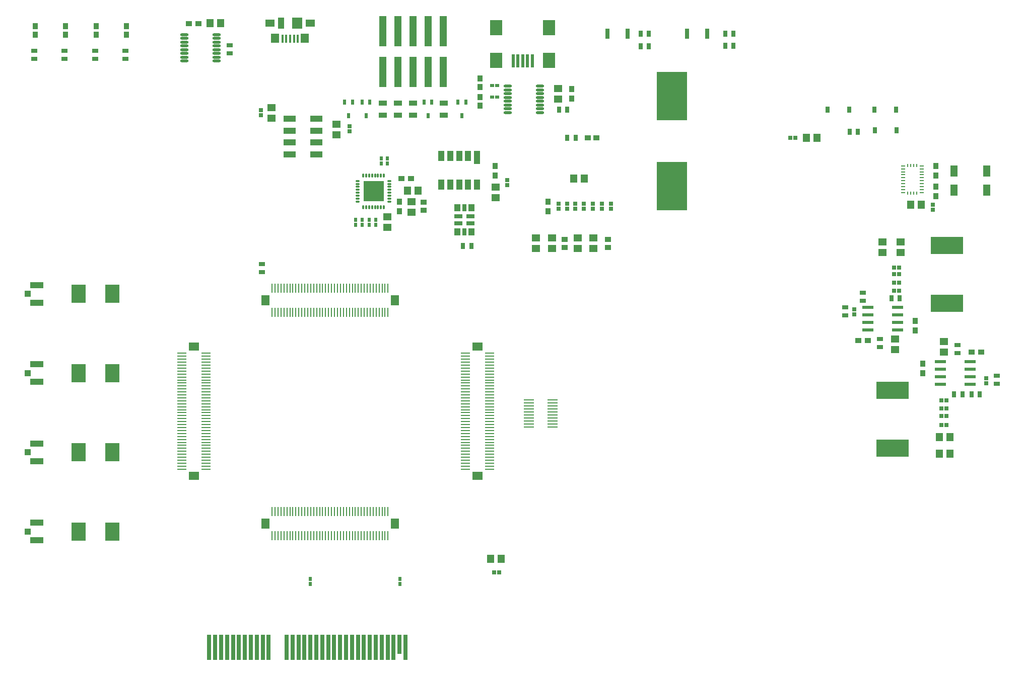
<source format=gtp>
%FSTAX25Y25*%
%MOIN*%
%SFA1B1*%

%IPPOS*%
%ADD26R,0.039370X0.037400*%
%ADD27R,0.028350X0.039370*%
%ADD28R,0.064960X0.051180*%
%ADD29R,0.017720X0.054330*%
%ADD30R,0.055910X0.061020*%
%ADD31R,0.070870X0.074800*%
%ADD32R,0.039370X0.074800*%
%ADD33R,0.019680X0.090550*%
%ADD34R,0.078740X0.098430*%
%ADD35R,0.086610X0.041340*%
%ADD36R,0.041340X0.039370*%
%ADD37R,0.019680X0.035430*%
%ADD38O,0.057090X0.017720*%
%ADD39R,0.077560X0.022440*%
%ADD40R,0.025590X0.041340*%
%ADD41R,0.051180X0.074800*%
%ADD42R,0.039370X0.090550*%
%ADD43R,0.039370X0.070870*%
%ADD44R,0.053150X0.027560*%
%ADD45R,0.027560X0.045280*%
%ADD46R,0.041340X0.045280*%
%ADD47R,0.050000X0.200000*%
%ADD48R,0.057090X0.037400*%
%ADD49R,0.023620X0.025590*%
%ADD50R,0.135830X0.135830*%
%ADD51O,0.011810X0.027560*%
%ADD52O,0.027560X0.011810*%
%ADD53R,0.028000X0.165000*%
%ADD54R,0.028000X0.126000*%
%ADD55R,0.031500X0.066930*%
%ADD56R,0.070870X0.009840*%
%ADD57R,0.009840X0.022640*%
%ADD58R,0.026570X0.009840*%
%ADD59R,0.038580X0.034250*%
%ADD60R,0.212600X0.114170*%
%ADD61R,0.200790X0.322840*%
%ADD62R,0.096460X0.124020*%
%ADD63R,0.033470X0.039370*%
%ADD64R,0.057090X0.045280*%
%ADD65R,0.037400X0.039370*%
%ADD66R,0.025200X0.026770*%
%ADD67R,0.053150X0.066930*%
%ADD68R,0.009840X0.061020*%
%ADD69R,0.061020X0.009840*%
%ADD70R,0.066930X0.053150*%
%ADD71R,0.045280X0.057090*%
%ADD72R,0.026770X0.025200*%
%ADD73R,0.039370X0.033470*%
%ADD74R,0.039370X0.028350*%
%ADD75R,0.025590X0.023620*%
%ADD76R,0.082870X0.044090*%
%LNgrandmaster-1*%
%LPD*%
G54D26*
X128335Y071D03*
X128965D03*
X121465Y07175D03*
X120835D03*
X091215Y0825D03*
X090585D03*
X077175Y09277D03*
X076545D03*
G54D27*
X1208016Y0856D03*
X1202584D03*
X0952217Y07801D03*
X0946784D03*
X1015784Y0852D03*
X1021216D03*
X1283284Y0682D03*
X1288717D03*
X1271784D03*
X1277217D03*
X1230284Y07455D03*
X1235717D03*
X1010283Y08705D03*
X1015716D03*
X1069716Y0921D03*
X1064283D03*
X1125716D03*
X1120284D03*
X1069716Y09125D03*
X1064283D03*
X1120284Y0913D03*
X1125716D03*
G54D28*
X0818985Y09279D03*
X084556D03*
G54D29*
X0827154Y0917428D03*
X0829713D03*
X0832272D03*
X0834832D03*
X0837391D03*
G54D30*
X0842115Y0917762D03*
X082243D03*
G54D31*
X08368Y09279D03*
G54D32*
X082617Y09279D03*
G54D33*
X0979862Y0902764D03*
X0983012D03*
X0986161D03*
X0989311D03*
X0992461D03*
G54D34*
X0968642Y0924811D03*
Y0903158D03*
X1003681D03*
Y0924811D03*
G54D35*
X06645Y0585193D03*
Y0596807D03*
Y0701807D03*
Y0690193D03*
Y0754307D03*
Y0742693D03*
Y0637693D03*
Y0649307D03*
G54D36*
X0658496Y0591D03*
Y0696D03*
Y07485D03*
Y06435D03*
G54D37*
X0948559Y0875429D03*
X0943441D03*
X0946Y0866571D03*
X0885059Y0875429D03*
X0879941D03*
X08825Y0866571D03*
X0873559Y0875429D03*
X0868441D03*
X0871Y0866571D03*
X0926059Y0875429D03*
X0920941D03*
X09235Y0866571D03*
G54D38*
X0762172Y092035D03*
Y091785D03*
Y091535D03*
Y091285D03*
Y091035D03*
Y090785D03*
Y090535D03*
Y090285D03*
X0783628Y092035D03*
Y091785D03*
Y091535D03*
Y091285D03*
Y091035D03*
Y090785D03*
Y090535D03*
Y090285D03*
X0976272Y088625D03*
Y088375D03*
Y088125D03*
Y087875D03*
Y087625D03*
Y087375D03*
Y087125D03*
Y086875D03*
X0997728Y088625D03*
Y088375D03*
Y088125D03*
Y087875D03*
Y087625D03*
Y087375D03*
Y087125D03*
Y086875D03*
G54D39*
X1214756Y07245D03*
Y07295D03*
Y07345D03*
Y07395D03*
X1234244D03*
Y07345D03*
Y07295D03*
Y07245D03*
X1282244Y07035D03*
Y06985D03*
Y06935D03*
Y06885D03*
X1262756D03*
Y06935D03*
Y06985D03*
Y07035D03*
G54D40*
X1218815Y08705D03*
X1233185D03*
X1187815D03*
X1202185D03*
X1219315Y0857D03*
X1233685D03*
G54D41*
X1271673Y0829799D03*
X1293327D03*
Y0817201D03*
X1271673D03*
G54D42*
X0955949Y0838929D03*
G54D43*
X0938232Y0839913D03*
X0950043Y0821016D03*
X0932327D03*
Y0839913D03*
X0955949Y0821016D03*
X0950043Y0839913D03*
X0944138D03*
X0938232Y0821016D03*
X0944138D03*
G54D44*
X0951535Y0799962D03*
Y0795238D03*
X0943465D03*
Y0799962D03*
G54D45*
X09475Y0805572D03*
Y0789628D03*
G54D46*
X0952126Y0789628D03*
Y0805572D03*
X0942874Y0789628D03*
Y0805572D03*
G54D47*
X08935Y08955D03*
Y0922508D03*
X09035Y08955D03*
Y0922508D03*
X09135Y08955D03*
Y0922508D03*
X09235Y08955D03*
Y0922508D03*
X09335Y08955D03*
Y0922508D03*
G54D48*
X0934Y0874937D03*
Y0867063D03*
X08935Y0874937D03*
Y0867063D03*
X09035Y0874937D03*
Y0867063D03*
X09135Y0874937D03*
Y0867063D03*
G54D49*
X08755Y0797673D03*
Y0794327D03*
X08455Y0556248D03*
Y0559594D03*
X0905Y0556248D03*
Y0559594D03*
X0889Y0797673D03*
Y0794327D03*
X08845Y0797673D03*
Y0794327D03*
X088Y0797673D03*
Y0794327D03*
X08925Y0834827D03*
Y0838173D03*
X08965Y0834827D03*
Y0838173D03*
G54D50*
X08875Y08165D03*
G54D51*
X088061Y0826933D03*
X0882579D03*
X0884547D03*
X0886516D03*
X0888484D03*
X0890453D03*
X0892421D03*
X089439D03*
Y0806067D03*
X0892421D03*
X0890453D03*
X0888484D03*
X0886516D03*
X0884547D03*
X0882579D03*
X088061D03*
G54D52*
X0897933Y082339D03*
Y0821421D03*
Y0819453D03*
Y0817484D03*
Y0815516D03*
Y0813547D03*
Y0811579D03*
Y080961D03*
X0877067D03*
Y0811579D03*
Y0813547D03*
Y0815516D03*
Y0817484D03*
Y0819453D03*
Y0821421D03*
Y082339D03*
G54D53*
X0908661Y0514173D03*
X0786614D03*
X0782677D03*
X077874D03*
X0806299D03*
X0849606D03*
X0892913D03*
X0888976D03*
X0877165D03*
X0873228D03*
X0861417D03*
X085748D03*
X0841732D03*
X0837795D03*
X0814173D03*
X0810236D03*
X0829921D03*
X0900787D03*
X0794488D03*
X0798425D03*
X081811D03*
X089685D03*
X0885039D03*
X0869291D03*
X0865354D03*
X0802362D03*
X0790551D03*
X0881102D03*
X0833858D03*
X0845669D03*
X0853543D03*
G54D54*
X0904724Y0516123D03*
G54D55*
X1108193Y0921D03*
X1094807D03*
X1055693D03*
X1042307D03*
G54D56*
X1005906Y0678356D03*
X0990158D03*
X1005906Y0676356D03*
X0990158D03*
X1005906Y0674356D03*
X0990158D03*
X1005906Y0672356D03*
X0990158D03*
X1005906Y0670356D03*
X0990158D03*
X1005906Y0668356D03*
X0990158D03*
X1005906Y0666356D03*
X0990158D03*
X1005906Y0664356D03*
X0990158D03*
X1005906Y0662356D03*
X0990158D03*
Y0660356D03*
X1005906D03*
G54D57*
X1246953Y0815396D03*
X1245D03*
X1243016D03*
X1241047D03*
Y0833604D03*
X1243016D03*
X1244984D03*
X1246953D03*
G54D58*
X1250152Y0815642D03*
X1237848D03*
Y081761D03*
Y0819579D03*
Y0821547D03*
Y0823516D03*
Y0825484D03*
Y0827453D03*
Y0829421D03*
Y083139D03*
Y0833358D03*
X1250152D03*
Y083139D03*
Y0829421D03*
Y0827453D03*
Y0825484D03*
Y0823516D03*
Y0821547D03*
Y081761D03*
Y0819579D03*
G54D59*
X1014Y0784618D03*
Y0779382D03*
X09205Y0803882D03*
Y0809118D03*
X10425Y0784618D03*
Y0779382D03*
G54D60*
X1267Y0780594D03*
Y0742406D03*
X1231Y0646406D03*
Y0684594D03*
G54D61*
X1085Y082D03*
Y0879745D03*
G54D62*
X0692279Y0591D03*
X071472D03*
Y0696D03*
X0692279D03*
X071472Y07485D03*
X0692279D03*
Y06435D03*
X071472D03*
G54D63*
X0724Y0920146D03*
Y0925854D03*
X0958Y0891354D03*
Y0885646D03*
Y0873146D03*
Y0878854D03*
X06635Y0925854D03*
Y0920146D03*
X0683667Y0925854D03*
Y0920146D03*
X0703833D03*
Y0925854D03*
G54D64*
X1033Y0785543D03*
Y0778457D03*
X12325Y0718543D03*
Y0711457D03*
X1265Y0709957D03*
Y0717043D03*
X1224409Y0775984D03*
Y0783071D03*
X123622Y0775984D03*
Y0783071D03*
X10095Y0884543D03*
Y0877457D03*
X082Y0864957D03*
Y0872043D03*
X0863Y0861043D03*
Y0853957D03*
X09684Y0812157D03*
Y0819243D03*
X09125Y0802457D03*
Y0809543D03*
X08965Y0799543D03*
Y0792457D03*
X10055Y0785543D03*
Y0778457D03*
X0995Y0785543D03*
Y0778457D03*
X10225Y0785543D03*
Y0778457D03*
G54D65*
X1003Y080965D03*
Y080335D03*
X1246Y073065D03*
Y072435D03*
X1251Y070215D03*
Y069585D03*
X10185Y088415D03*
Y087785D03*
X09679Y083335D03*
Y082705D03*
X09045Y080335D03*
Y080965D03*
X12595Y083315D03*
Y082685D03*
Y081335D03*
Y081965D03*
G54D66*
X101Y0808193D03*
Y0804807D03*
X1293Y0692693D03*
Y0689307D03*
X12055Y0738193D03*
Y0734807D03*
X12575Y0807693D03*
Y0804307D03*
X0813Y0866807D03*
Y0870193D03*
X08715Y0859693D03*
Y0856307D03*
X0976Y0820507D03*
Y0823893D03*
X10445Y0808193D03*
Y0804807D03*
X10385Y0808193D03*
Y0804807D03*
X10325Y0808193D03*
Y0804807D03*
X10265Y0808193D03*
Y0804807D03*
X1021Y0808193D03*
Y0804807D03*
X10155Y0808193D03*
Y0804807D03*
G54D67*
X0901514Y0744247D03*
X0901515Y0596253D03*
X0815885D03*
X0815884Y0744247D03*
G54D68*
X0820314Y0604225D03*
Y0588281D03*
X0830157D03*
X0839999D03*
X0849842D03*
X0859684D03*
X086559D03*
X0871495D03*
X0877401D03*
X0883306D03*
X0889212D03*
X0830157Y0604225D03*
X0839999D03*
X0849842D03*
X0859684D03*
X086559D03*
X0871495D03*
X0877401D03*
X0883306D03*
X0889212D03*
X0895117Y0588281D03*
Y0604225D03*
X0897086D03*
Y0588281D03*
X0893149Y0604225D03*
Y0588281D03*
X089118Y0604225D03*
Y0588281D03*
X0887243Y0604225D03*
X0885275D03*
X085181D03*
X0853779D03*
X0832125D03*
X0834094D03*
X0822283D03*
X0824251D03*
X082622D03*
X0828188D03*
X0843936D03*
X0847873D03*
X0845905D03*
X0841968D03*
X0838031D03*
X0836062D03*
X0855747D03*
X082622Y0588281D03*
X0824251D03*
X0845905D03*
X0843936D03*
X0855747D03*
X0853779D03*
X085181D03*
X0847873D03*
X0838031D03*
X0828188D03*
X0832125D03*
X0834094D03*
X0836062D03*
X0841968D03*
X0822283D03*
X0863621Y0604225D03*
X0861653D03*
X0869527Y0588281D03*
X0867558D03*
X0881338D03*
X0879369D03*
X0875432Y0604225D03*
X0873464D03*
X0861653Y0588281D03*
X0863621D03*
X0857716Y0604225D03*
Y0588281D03*
X0869527Y0604225D03*
X0867558D03*
X0875432Y0588281D03*
X0873464D03*
X0887243D03*
X0885275D03*
X0881338Y0604225D03*
X0879369D03*
X0832124Y0752219D03*
X0830156D03*
X0826219Y0736275D03*
X0832124D03*
X0830156D03*
X082425D03*
X0895116Y0752219D03*
X0893148D03*
X0885274D03*
X0883305D03*
X0891179D03*
X0889211D03*
X0875431D03*
X0873463D03*
X0881337D03*
X0879368D03*
X0865589D03*
X086362D03*
X0871494D03*
X0869526D03*
X0855746D03*
X0861652D03*
X0853778D03*
X0859683D03*
X0845904D03*
X0843935D03*
X0851809D03*
X0849841D03*
X0836061D03*
X0834093D03*
X0841967D03*
X0839998D03*
X0826219D03*
X082425D03*
X0820313Y0736275D03*
X0822282D03*
Y0752219D03*
X0820313D03*
X0836061Y0736275D03*
X0834093D03*
X0841967D03*
X0839998D03*
X0845904D03*
X0843935D03*
X0851809D03*
X0849841D03*
X0855746D03*
X0853778D03*
X0861652D03*
X0859683D03*
X0865589D03*
X086362D03*
X0871494D03*
X0869526D03*
X0875431D03*
X0873463D03*
X0881337D03*
X0879368D03*
X0885274D03*
X0883305D03*
X0891179D03*
X0889211D03*
X0895116D03*
X0893148D03*
X0828187D03*
X083803D03*
X0847872D03*
X0857715D03*
X0867557D03*
X08774D03*
X0887242D03*
X0828187Y0752219D03*
X083803D03*
X0847872D03*
X0857715D03*
X0867557D03*
X08774D03*
X0887242D03*
X0897085Y0736275D03*
Y0752219D03*
G54D69*
X0760727Y0707164D03*
X0776671Y0654015D03*
Y0707164D03*
Y0709133D03*
X0760727D03*
Y069929D03*
Y0689448D03*
Y0679605D03*
Y0669763D03*
Y065992D03*
Y0650078D03*
Y0640235D03*
X0776671Y069929D03*
Y0689448D03*
Y0679605D03*
Y0669763D03*
Y065992D03*
Y0650078D03*
Y0640235D03*
Y0705196D03*
X0760727D03*
X0776671Y0652046D03*
X0760727Y0665826D03*
Y0671731D03*
X0776671Y0648109D03*
X0760727Y0632361D03*
X0776671Y0642204D03*
Y0632361D03*
Y0638267D03*
X0760727Y0677637D03*
Y0663857D03*
Y063433D03*
X0776671Y0636298D03*
X0760727Y0675668D03*
Y0642204D03*
Y0648109D03*
Y0638267D03*
Y0667794D03*
Y06737D03*
Y0661889D03*
Y0655983D03*
Y0654015D03*
Y0644172D03*
Y0657952D03*
X0776671Y063433D03*
X0760727Y0636298D03*
X0776671Y0644172D03*
X0760727Y0683542D03*
Y0681574D03*
Y0646141D03*
Y0652046D03*
X0776671Y0657952D03*
Y0655983D03*
X0760727Y0695353D03*
X0776671Y0671731D03*
Y0675668D03*
X0760727Y0701259D03*
X0776671Y0665826D03*
Y0681574D03*
Y0685511D03*
Y0693385D03*
X0760727Y0697322D03*
Y0687479D03*
X0776671Y0667794D03*
Y0646141D03*
Y0697322D03*
Y0701259D03*
X0760727Y0703227D03*
Y0691416D03*
Y0685511D03*
Y0693385D03*
X0776671Y0677637D03*
Y06737D03*
Y0695353D03*
Y0683542D03*
Y0691416D03*
Y0703227D03*
Y0687479D03*
Y0661889D03*
Y0663857D03*
X0964162Y0703223D03*
Y0705192D03*
Y070716D03*
Y0709129D03*
X0948218Y0703223D03*
Y0705192D03*
Y070716D03*
Y0709129D03*
Y0644168D03*
Y0659916D03*
Y0657948D03*
X0964162Y0654011D03*
X0948218Y0675664D03*
Y0673696D03*
X0964162Y0632357D03*
X0948218D03*
X0964162Y0634326D03*
Y0636294D03*
Y0638263D03*
Y0640231D03*
Y0644168D03*
Y0646137D03*
Y0648105D03*
Y0650074D03*
X0948218Y0654011D03*
X0964162Y0659916D03*
X0948218Y0695349D03*
X0964162Y06422D03*
Y0652042D03*
Y0661885D03*
Y0671727D03*
Y068157D03*
Y0691412D03*
Y0701255D03*
X0948218Y06422D03*
Y0652042D03*
Y0661885D03*
Y0671727D03*
Y068157D03*
Y0691412D03*
Y0701255D03*
Y0655979D03*
Y0693381D03*
X0964162Y0663853D03*
Y066779D03*
Y0655979D03*
Y0657948D03*
Y0665822D03*
Y0675664D03*
Y0673696D03*
X0948218Y0669759D03*
Y0665822D03*
Y066779D03*
Y0663853D03*
X0964162Y0669759D03*
X0948218Y0697318D03*
Y0699286D03*
X0964162Y0697318D03*
Y0699286D03*
Y0695349D03*
Y0683538D03*
Y0685507D03*
Y0677633D03*
Y0679601D03*
X0948218Y0636294D03*
Y0634326D03*
X0964162Y0693381D03*
Y0689444D03*
Y0687475D03*
X0948218Y0683538D03*
Y0687475D03*
Y0685507D03*
Y0689444D03*
Y0679601D03*
Y0650074D03*
Y0677633D03*
Y0648105D03*
Y0646137D03*
Y0638263D03*
Y0640231D03*
G54D70*
X0768699Y0713562D03*
Y0627932D03*
X095619Y0627928D03*
Y0713558D03*
G54D71*
X1181043Y0852D03*
X1173957D03*
X1269043Y06425D03*
X1261957D03*
X1269043Y06535D03*
X1261957D03*
X1250043Y08075D03*
X1242957D03*
X0964957Y0573D03*
X0972043D03*
X0917043Y0817D03*
X0909957D03*
X0786343Y0928D03*
X0779257D03*
X1019957Y0825D03*
X1027043D03*
G54D72*
X1166693Y0852D03*
X1163307D03*
X1235193Y0766D03*
X1231807D03*
X1235193Y07505D03*
X1231807D03*
X1235193Y0756D03*
X1231807D03*
X1235193Y07615D03*
X1231807D03*
X1263307Y06615D03*
X1266693D03*
X1263307Y06675D03*
X1266693D03*
X1263307Y06725D03*
X1266693D03*
X1263307Y0678D03*
X1266693D03*
X0967307Y0564D03*
X0970693D03*
G54D73*
X1029146Y0852D03*
X1034854D03*
G54D74*
X1274Y0709283D03*
Y0714716D03*
X12225Y0713283D03*
Y0718716D03*
X13Y0694216D03*
Y0688784D03*
X11995Y0734283D03*
Y0739716D03*
X08137Y0768317D03*
Y0762884D03*
X0662913Y0909717D03*
Y0904284D03*
X0683079D03*
Y0909717D03*
X0703246Y0904284D03*
Y0909717D03*
X0723413Y0904284D03*
Y0909717D03*
X12113Y0743784D03*
Y0749217D03*
X07924Y0913317D03*
Y0907883D03*
G54D75*
X0965827Y08865D03*
X0969173D03*
X0965827Y0879D03*
X0969173D03*
G54D76*
X08495Y0864622D03*
Y0848874D03*
Y0856748D03*
Y0841D03*
X0832Y0864622D03*
Y0856748D03*
Y0848874D03*
Y0841D03*
M02*
</source>
